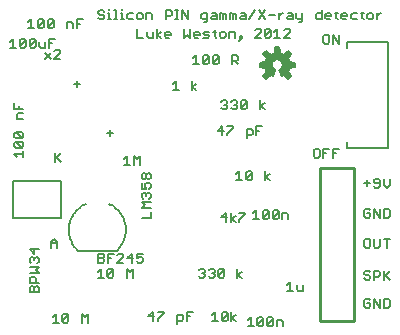
<source format=gto>
G75*
G70*
%OFA0B0*%
%FSLAX24Y24*%
%IPPOS*%
%LPD*%
%AMOC8*
5,1,8,0,0,1.08239X$1,22.5*
%
%ADD10C,0.0050*%
%ADD11C,0.0060*%
%ADD12C,0.0100*%
%ADD13C,0.0080*%
%ADD14C,0.0059*%
D10*
X002691Y001581D02*
X002892Y001581D01*
X002791Y001581D02*
X002791Y001882D01*
X002691Y001782D01*
X003014Y001832D02*
X003014Y001631D01*
X003214Y001832D01*
X003214Y001631D01*
X003164Y001581D01*
X003064Y001581D01*
X003014Y001631D01*
X003014Y001832D02*
X003064Y001882D01*
X003164Y001882D01*
X003214Y001832D01*
X003658Y001882D02*
X003658Y001581D01*
X003858Y001581D02*
X003858Y001882D01*
X003758Y001782D01*
X003658Y001882D01*
X004191Y003081D02*
X004392Y003081D01*
X004291Y003081D02*
X004291Y003382D01*
X004191Y003282D01*
X004206Y003581D02*
X004357Y003581D01*
X004407Y003631D01*
X004407Y003681D01*
X004357Y003732D01*
X004206Y003732D01*
X004206Y003882D02*
X004206Y003581D01*
X004357Y003732D02*
X004407Y003782D01*
X004407Y003832D01*
X004357Y003882D01*
X004206Y003882D01*
X004529Y003882D02*
X004729Y003882D01*
X004851Y003832D02*
X004901Y003882D01*
X005001Y003882D01*
X005051Y003832D01*
X005051Y003782D01*
X004851Y003581D01*
X005051Y003581D01*
X005173Y003732D02*
X005373Y003732D01*
X005495Y003732D02*
X005595Y003782D01*
X005646Y003782D01*
X005696Y003732D01*
X005696Y003631D01*
X005646Y003581D01*
X005545Y003581D01*
X005495Y003631D01*
X005495Y003732D02*
X005495Y003882D01*
X005696Y003882D01*
X005323Y003882D02*
X005323Y003581D01*
X005358Y003382D02*
X005358Y003081D01*
X005158Y003081D02*
X005158Y003382D01*
X005258Y003282D01*
X005358Y003382D01*
X005173Y003732D02*
X005323Y003882D01*
X004629Y003732D02*
X004529Y003732D01*
X004529Y003882D02*
X004529Y003581D01*
X004564Y003382D02*
X004664Y003382D01*
X004714Y003332D01*
X004514Y003131D01*
X004564Y003081D01*
X004664Y003081D01*
X004714Y003131D01*
X004714Y003332D01*
X004564Y003382D02*
X004514Y003332D01*
X004514Y003131D01*
X005881Y001807D02*
X006082Y001807D01*
X006204Y001706D02*
X006204Y001656D01*
X006204Y001706D02*
X006404Y001907D01*
X006404Y001957D01*
X006204Y001957D01*
X006032Y001957D02*
X005881Y001807D01*
X006032Y001957D02*
X006032Y001656D01*
X006848Y001656D02*
X006998Y001656D01*
X007048Y001706D01*
X007048Y001807D01*
X006998Y001857D01*
X006848Y001857D01*
X006848Y001556D01*
X007170Y001656D02*
X007170Y001957D01*
X007371Y001957D01*
X007270Y001807D02*
X007170Y001807D01*
X008004Y001844D02*
X008104Y001944D01*
X008104Y001644D01*
X008004Y001644D02*
X008204Y001644D01*
X008326Y001694D02*
X008526Y001894D01*
X008526Y001694D01*
X008476Y001644D01*
X008376Y001644D01*
X008326Y001694D01*
X008326Y001894D01*
X008376Y001944D01*
X008476Y001944D01*
X008526Y001894D01*
X008648Y001944D02*
X008648Y001644D01*
X008648Y001744D02*
X008799Y001844D01*
X008648Y001744D02*
X008799Y001644D01*
X009194Y001669D02*
X009294Y001769D01*
X009294Y001469D01*
X009194Y001469D02*
X009394Y001469D01*
X009516Y001519D02*
X009716Y001719D01*
X009716Y001519D01*
X009666Y001469D01*
X009566Y001469D01*
X009516Y001519D01*
X009516Y001719D01*
X009566Y001769D01*
X009666Y001769D01*
X009716Y001719D01*
X009838Y001719D02*
X009838Y001519D01*
X010039Y001719D01*
X010039Y001519D01*
X009989Y001469D01*
X009888Y001469D01*
X009838Y001519D01*
X009838Y001719D02*
X009888Y001769D01*
X009989Y001769D01*
X010039Y001719D01*
X010161Y001669D02*
X010311Y001669D01*
X010361Y001619D01*
X010361Y001469D01*
X010161Y001469D02*
X010161Y001669D01*
X010506Y002656D02*
X010707Y002656D01*
X010606Y002656D02*
X010606Y002957D01*
X010506Y002857D01*
X010829Y002857D02*
X010829Y002706D01*
X010879Y002656D01*
X011029Y002656D01*
X011029Y002857D01*
X009006Y003081D02*
X008855Y003181D01*
X009006Y003282D01*
X008855Y003382D02*
X008855Y003081D01*
X008411Y003131D02*
X008361Y003081D01*
X008261Y003081D01*
X008211Y003131D01*
X008411Y003332D01*
X008411Y003131D01*
X008211Y003131D02*
X008211Y003332D01*
X008261Y003382D01*
X008361Y003382D01*
X008411Y003332D01*
X008089Y003332D02*
X008089Y003282D01*
X008039Y003232D01*
X008089Y003181D01*
X008089Y003131D01*
X008039Y003081D01*
X007939Y003081D01*
X007889Y003131D01*
X007767Y003131D02*
X007717Y003081D01*
X007616Y003081D01*
X007566Y003131D01*
X007666Y003232D02*
X007717Y003232D01*
X007767Y003181D01*
X007767Y003131D01*
X007717Y003232D02*
X007767Y003282D01*
X007767Y003332D01*
X007717Y003382D01*
X007616Y003382D01*
X007566Y003332D01*
X007889Y003332D02*
X007939Y003382D01*
X008039Y003382D01*
X008089Y003332D01*
X008039Y003232D02*
X007989Y003232D01*
X008467Y004956D02*
X008467Y005257D01*
X008316Y005107D01*
X008517Y005107D01*
X008639Y005056D02*
X008789Y005157D01*
X008907Y005257D02*
X009107Y005257D01*
X009107Y005207D01*
X008907Y005006D01*
X008907Y004956D01*
X008789Y004956D02*
X008639Y005056D01*
X008639Y004956D02*
X008639Y005257D01*
X009381Y005232D02*
X009481Y005332D01*
X009481Y005031D01*
X009381Y005031D02*
X009582Y005031D01*
X009704Y005081D02*
X009904Y005282D01*
X009904Y005081D01*
X009854Y005031D01*
X009754Y005031D01*
X009704Y005081D01*
X009704Y005282D01*
X009754Y005332D01*
X009854Y005332D01*
X009904Y005282D01*
X010026Y005282D02*
X010026Y005081D01*
X010226Y005282D01*
X010226Y005081D01*
X010176Y005031D01*
X010076Y005031D01*
X010026Y005081D01*
X010026Y005282D02*
X010076Y005332D01*
X010176Y005332D01*
X010226Y005282D01*
X010348Y005232D02*
X010498Y005232D01*
X010548Y005182D01*
X010548Y005031D01*
X010348Y005031D02*
X010348Y005232D01*
X009933Y006331D02*
X009783Y006431D01*
X009933Y006532D01*
X009783Y006632D02*
X009783Y006331D01*
X009339Y006381D02*
X009289Y006331D01*
X009189Y006331D01*
X009139Y006381D01*
X009339Y006582D01*
X009339Y006381D01*
X009139Y006381D02*
X009139Y006582D01*
X009189Y006632D01*
X009289Y006632D01*
X009339Y006582D01*
X009017Y006331D02*
X008816Y006331D01*
X008916Y006331D02*
X008916Y006632D01*
X008816Y006532D01*
X009161Y007744D02*
X009161Y008044D01*
X009311Y008044D01*
X009361Y007994D01*
X009361Y007894D01*
X009311Y007844D01*
X009161Y007844D01*
X009483Y007844D02*
X009483Y008144D01*
X009683Y008144D01*
X009583Y007994D02*
X009483Y007994D01*
X008716Y008094D02*
X008516Y007894D01*
X008516Y007844D01*
X008344Y007844D02*
X008344Y008144D01*
X008194Y007994D01*
X008394Y007994D01*
X008516Y008144D02*
X008716Y008144D01*
X008716Y008094D01*
X008689Y008706D02*
X008639Y008756D01*
X008689Y008706D02*
X008789Y008706D01*
X008839Y008756D01*
X008839Y008806D01*
X008789Y008857D01*
X008739Y008857D01*
X008789Y008857D02*
X008839Y008907D01*
X008839Y008957D01*
X008789Y009007D01*
X008689Y009007D01*
X008639Y008957D01*
X008517Y008957D02*
X008517Y008907D01*
X008467Y008857D01*
X008517Y008806D01*
X008517Y008756D01*
X008467Y008706D01*
X008366Y008706D01*
X008316Y008756D01*
X008416Y008857D02*
X008467Y008857D01*
X008517Y008957D02*
X008467Y009007D01*
X008366Y009007D01*
X008316Y008957D01*
X008961Y008957D02*
X008961Y008756D01*
X009161Y008957D01*
X009161Y008756D01*
X009111Y008706D01*
X009011Y008706D01*
X008961Y008756D01*
X008961Y008957D02*
X009011Y009007D01*
X009111Y009007D01*
X009161Y008957D01*
X009605Y009007D02*
X009605Y008706D01*
X009605Y008806D02*
X009756Y008907D01*
X009605Y008806D02*
X009756Y008706D01*
X008868Y010206D02*
X008768Y010306D01*
X008818Y010306D02*
X008668Y010306D01*
X008668Y010206D02*
X008668Y010507D01*
X008818Y010507D01*
X008868Y010457D01*
X008868Y010357D01*
X008818Y010306D01*
X008224Y010256D02*
X008174Y010206D01*
X008073Y010206D01*
X008023Y010256D01*
X008224Y010457D01*
X008224Y010256D01*
X008023Y010256D02*
X008023Y010457D01*
X008073Y010507D01*
X008174Y010507D01*
X008224Y010457D01*
X007901Y010457D02*
X007901Y010256D01*
X007851Y010206D01*
X007751Y010206D01*
X007701Y010256D01*
X007901Y010457D01*
X007851Y010507D01*
X007751Y010507D01*
X007701Y010457D01*
X007701Y010256D01*
X007579Y010206D02*
X007379Y010206D01*
X007479Y010206D02*
X007479Y010507D01*
X007379Y010407D01*
X007449Y011081D02*
X007399Y011131D01*
X007399Y011232D01*
X007449Y011282D01*
X007549Y011282D01*
X007599Y011232D01*
X007599Y011181D01*
X007399Y011181D01*
X007449Y011081D02*
X007549Y011081D01*
X007721Y011081D02*
X007871Y011081D01*
X007921Y011131D01*
X007871Y011181D01*
X007771Y011181D01*
X007721Y011232D01*
X007771Y011282D01*
X007921Y011282D01*
X008043Y011282D02*
X008143Y011282D01*
X008093Y011332D02*
X008093Y011131D01*
X008143Y011081D01*
X008258Y011131D02*
X008308Y011081D01*
X008408Y011081D01*
X008458Y011131D01*
X008458Y011232D01*
X008408Y011282D01*
X008308Y011282D01*
X008258Y011232D01*
X008258Y011131D01*
X008580Y011081D02*
X008580Y011282D01*
X008730Y011282D01*
X008780Y011232D01*
X008780Y011081D01*
X008903Y010981D02*
X009003Y011081D01*
X008953Y011081D01*
X008953Y011131D01*
X009003Y011131D01*
X009003Y011081D01*
X009440Y011081D02*
X009640Y011282D01*
X009640Y011332D01*
X009590Y011382D01*
X009490Y011382D01*
X009440Y011332D01*
X009440Y011081D02*
X009640Y011081D01*
X009762Y011131D02*
X009962Y011332D01*
X009962Y011131D01*
X009912Y011081D01*
X009812Y011081D01*
X009762Y011131D01*
X009762Y011332D01*
X009812Y011382D01*
X009912Y011382D01*
X009962Y011332D01*
X010084Y011282D02*
X010184Y011382D01*
X010184Y011081D01*
X010084Y011081D02*
X010284Y011081D01*
X010406Y011081D02*
X010606Y011282D01*
X010606Y011332D01*
X010556Y011382D01*
X010456Y011382D01*
X010406Y011332D01*
X010406Y011081D02*
X010606Y011081D01*
X010913Y011606D02*
X010963Y011606D01*
X011013Y011656D01*
X011013Y011907D01*
X010812Y011907D02*
X010812Y011756D01*
X010863Y011706D01*
X011013Y011706D01*
X010690Y011706D02*
X010540Y011706D01*
X010490Y011756D01*
X010540Y011806D01*
X010690Y011806D01*
X010690Y011857D02*
X010690Y011706D01*
X010690Y011857D02*
X010640Y011907D01*
X010540Y011907D01*
X010372Y011907D02*
X010322Y011907D01*
X010222Y011806D01*
X010222Y011706D02*
X010222Y011907D01*
X010100Y011857D02*
X009899Y011857D01*
X009777Y012007D02*
X009577Y011706D01*
X009777Y011706D02*
X009577Y012007D01*
X009455Y012007D02*
X009255Y011706D01*
X009133Y011706D02*
X009133Y011857D01*
X009083Y011907D01*
X008983Y011907D01*
X008983Y011806D02*
X009133Y011806D01*
X009133Y011706D02*
X008983Y011706D01*
X008933Y011756D01*
X008983Y011806D01*
X008811Y011857D02*
X008811Y011706D01*
X008711Y011706D02*
X008711Y011857D01*
X008761Y011907D01*
X008811Y011857D01*
X008711Y011857D02*
X008661Y011907D01*
X008610Y011907D01*
X008610Y011706D01*
X008488Y011706D02*
X008488Y011857D01*
X008438Y011907D01*
X008388Y011857D01*
X008388Y011706D01*
X008288Y011706D02*
X008288Y011907D01*
X008338Y011907D01*
X008388Y011857D01*
X008166Y011857D02*
X008166Y011706D01*
X008016Y011706D01*
X007966Y011756D01*
X008016Y011806D01*
X008166Y011806D01*
X008166Y011857D02*
X008116Y011907D01*
X008016Y011907D01*
X007844Y011907D02*
X007694Y011907D01*
X007644Y011857D01*
X007644Y011756D01*
X007694Y011706D01*
X007844Y011706D01*
X007844Y011656D02*
X007844Y011907D01*
X007844Y011656D02*
X007794Y011606D01*
X007744Y011606D01*
X007277Y011382D02*
X007277Y011081D01*
X007177Y011181D01*
X007076Y011081D01*
X007076Y011382D01*
X006999Y011706D02*
X006999Y012007D01*
X007199Y011706D01*
X007199Y012007D01*
X006884Y012007D02*
X006784Y012007D01*
X006834Y012007D02*
X006834Y011706D01*
X006784Y011706D02*
X006884Y011706D01*
X006662Y011857D02*
X006612Y011806D01*
X006462Y011806D01*
X006462Y011706D02*
X006462Y012007D01*
X006612Y012007D01*
X006662Y011957D01*
X006662Y011857D01*
X006163Y011382D02*
X006163Y011081D01*
X006163Y011181D02*
X006314Y011282D01*
X006432Y011232D02*
X006482Y011282D01*
X006582Y011282D01*
X006632Y011232D01*
X006632Y011181D01*
X006432Y011181D01*
X006432Y011131D02*
X006432Y011232D01*
X006432Y011131D02*
X006482Y011081D01*
X006582Y011081D01*
X006314Y011081D02*
X006163Y011181D01*
X006041Y011081D02*
X006041Y011282D01*
X005841Y011282D02*
X005841Y011131D01*
X005891Y011081D01*
X006041Y011081D01*
X005719Y011081D02*
X005519Y011081D01*
X005519Y011382D01*
X005545Y011706D02*
X005495Y011756D01*
X005495Y011857D01*
X005545Y011907D01*
X005646Y011907D01*
X005696Y011857D01*
X005696Y011756D01*
X005646Y011706D01*
X005545Y011706D01*
X005818Y011706D02*
X005818Y011907D01*
X005968Y011907D01*
X006018Y011857D01*
X006018Y011706D01*
X005373Y011706D02*
X005223Y011706D01*
X005173Y011756D01*
X005173Y011857D01*
X005223Y011907D01*
X005373Y011907D01*
X005008Y011907D02*
X005008Y011706D01*
X004958Y011706D02*
X005058Y011706D01*
X004844Y011706D02*
X004744Y011706D01*
X004794Y011706D02*
X004794Y012007D01*
X004744Y012007D01*
X004579Y012007D02*
X004579Y012057D01*
X004579Y011907D02*
X004579Y011706D01*
X004529Y011706D02*
X004629Y011706D01*
X004579Y011907D02*
X004529Y011907D01*
X004407Y011957D02*
X004357Y012007D01*
X004256Y012007D01*
X004206Y011957D01*
X004206Y011907D01*
X004256Y011857D01*
X004357Y011857D01*
X004407Y011806D01*
X004407Y011756D01*
X004357Y011706D01*
X004256Y011706D01*
X004206Y011756D01*
X003693Y011707D02*
X003493Y011707D01*
X003493Y011406D01*
X003371Y011406D02*
X003371Y011557D01*
X003321Y011607D01*
X003170Y011607D01*
X003170Y011406D01*
X003493Y011557D02*
X003593Y011557D01*
X002771Y011057D02*
X002570Y011057D01*
X002570Y010756D01*
X002448Y010756D02*
X002448Y010957D01*
X002570Y010907D02*
X002670Y010907D01*
X002804Y010682D02*
X002754Y010632D01*
X002804Y010682D02*
X002904Y010682D01*
X002954Y010632D01*
X002954Y010582D01*
X002754Y010381D01*
X002954Y010381D01*
X002632Y010381D02*
X002431Y010582D01*
X002448Y010756D02*
X002298Y010756D01*
X002248Y010806D01*
X002248Y010957D01*
X002126Y011007D02*
X001926Y010806D01*
X001976Y010756D01*
X002076Y010756D01*
X002126Y010806D01*
X002126Y011007D01*
X002076Y011057D01*
X001976Y011057D01*
X001926Y011007D01*
X001926Y010806D01*
X001804Y010806D02*
X001754Y010756D01*
X001654Y010756D01*
X001604Y010806D01*
X001804Y011007D01*
X001804Y010806D01*
X001604Y010806D02*
X001604Y011007D01*
X001654Y011057D01*
X001754Y011057D01*
X001804Y011007D01*
X001482Y010756D02*
X001281Y010756D01*
X001381Y010756D02*
X001381Y011057D01*
X001281Y010957D01*
X001881Y011406D02*
X002082Y011406D01*
X001981Y011406D02*
X001981Y011707D01*
X001881Y011607D01*
X002204Y011657D02*
X002204Y011456D01*
X002404Y011657D01*
X002404Y011456D01*
X002354Y011406D01*
X002254Y011406D01*
X002204Y011456D01*
X002204Y011657D02*
X002254Y011707D01*
X002354Y011707D01*
X002404Y011657D01*
X002526Y011657D02*
X002576Y011707D01*
X002676Y011707D01*
X002726Y011657D01*
X002526Y011456D01*
X002576Y011406D01*
X002676Y011406D01*
X002726Y011456D01*
X002726Y011657D01*
X002526Y011657D02*
X002526Y011456D01*
X002632Y010582D02*
X002431Y010381D01*
X003394Y009544D02*
X003594Y009544D01*
X003494Y009644D02*
X003494Y009444D01*
X004619Y008019D02*
X004619Y007819D01*
X004519Y007919D02*
X004719Y007919D01*
X005166Y007132D02*
X005166Y006831D01*
X005066Y006831D02*
X005267Y006831D01*
X005389Y006831D02*
X005389Y007132D01*
X005489Y007032D01*
X005589Y007132D01*
X005589Y006831D01*
X005706Y006571D02*
X005756Y006571D01*
X005806Y006521D01*
X005806Y006420D01*
X005756Y006370D01*
X005706Y006370D01*
X005656Y006420D01*
X005656Y006521D01*
X005706Y006571D01*
X005806Y006521D02*
X005856Y006571D01*
X005906Y006571D01*
X005956Y006521D01*
X005956Y006420D01*
X005906Y006370D01*
X005856Y006370D01*
X005806Y006420D01*
X005806Y006248D02*
X005906Y006248D01*
X005956Y006198D01*
X005956Y006098D01*
X005906Y006048D01*
X005806Y006048D02*
X005756Y006148D01*
X005756Y006198D01*
X005806Y006248D01*
X005656Y006248D02*
X005656Y006048D01*
X005806Y006048D01*
X005756Y005926D02*
X005806Y005876D01*
X005856Y005926D01*
X005906Y005926D01*
X005956Y005876D01*
X005956Y005776D01*
X005906Y005726D01*
X005956Y005604D02*
X005656Y005604D01*
X005756Y005504D01*
X005656Y005404D01*
X005956Y005404D01*
X005956Y005282D02*
X005956Y005081D01*
X005656Y005081D01*
X005706Y005726D02*
X005656Y005776D01*
X005656Y005876D01*
X005706Y005926D01*
X005756Y005926D01*
X005806Y005876D02*
X005806Y005826D01*
X005066Y007032D02*
X005166Y007132D01*
X002969Y007257D02*
X002769Y007056D01*
X002819Y007107D02*
X002969Y006956D01*
X002769Y006956D02*
X002769Y007257D01*
X001706Y007298D02*
X001706Y007098D01*
X001706Y007198D02*
X001406Y007198D01*
X001506Y007098D01*
X001456Y007420D02*
X001406Y007470D01*
X001406Y007570D01*
X001456Y007620D01*
X001656Y007420D01*
X001706Y007470D01*
X001706Y007570D01*
X001656Y007620D01*
X001456Y007620D01*
X001456Y007742D02*
X001406Y007792D01*
X001406Y007892D01*
X001456Y007942D01*
X001656Y007742D01*
X001706Y007792D01*
X001706Y007892D01*
X001656Y007942D01*
X001456Y007942D01*
X001456Y007742D02*
X001656Y007742D01*
X001656Y007420D02*
X001456Y007420D01*
X001506Y008387D02*
X001506Y008537D01*
X001556Y008587D01*
X001706Y008587D01*
X001706Y008709D02*
X001406Y008709D01*
X001406Y008909D01*
X001556Y008809D02*
X001556Y008709D01*
X001506Y008387D02*
X001706Y008387D01*
X004958Y011907D02*
X005008Y011907D01*
X005008Y012007D02*
X005008Y012057D01*
X006791Y009632D02*
X006791Y009331D01*
X006691Y009331D02*
X006892Y009331D01*
X006691Y009532D02*
X006791Y009632D01*
X007336Y009632D02*
X007336Y009331D01*
X007336Y009431D02*
X007486Y009532D01*
X007336Y009431D02*
X007486Y009331D01*
X011394Y007332D02*
X011394Y007131D01*
X011444Y007081D01*
X011544Y007081D01*
X011594Y007131D01*
X011594Y007332D01*
X011544Y007382D01*
X011444Y007382D01*
X011394Y007332D01*
X011716Y007382D02*
X011716Y007081D01*
X011716Y007232D02*
X011816Y007232D01*
X011716Y007382D02*
X011916Y007382D01*
X012038Y007382D02*
X012239Y007382D01*
X012138Y007232D02*
X012038Y007232D01*
X012038Y007382D02*
X012038Y007081D01*
X013081Y006232D02*
X013282Y006232D01*
X013404Y006282D02*
X013454Y006232D01*
X013604Y006232D01*
X013604Y006332D02*
X013604Y006131D01*
X013554Y006081D01*
X013454Y006081D01*
X013404Y006131D01*
X013404Y006282D02*
X013404Y006332D01*
X013454Y006382D01*
X013554Y006382D01*
X013604Y006332D01*
X013726Y006382D02*
X013726Y006181D01*
X013826Y006081D01*
X013926Y006181D01*
X013926Y006382D01*
X013181Y006332D02*
X013181Y006131D01*
X013131Y005382D02*
X013081Y005332D01*
X013081Y005131D01*
X013131Y005081D01*
X013232Y005081D01*
X013282Y005131D01*
X013282Y005232D01*
X013181Y005232D01*
X013282Y005332D02*
X013232Y005382D01*
X013131Y005382D01*
X013404Y005382D02*
X013404Y005081D01*
X013604Y005081D02*
X013604Y005382D01*
X013726Y005382D02*
X013876Y005382D01*
X013926Y005332D01*
X013926Y005131D01*
X013876Y005081D01*
X013726Y005081D01*
X013726Y005382D01*
X013404Y005382D02*
X013604Y005081D01*
X013604Y004382D02*
X013604Y004131D01*
X013554Y004081D01*
X013454Y004081D01*
X013404Y004131D01*
X013404Y004382D01*
X013282Y004332D02*
X013232Y004382D01*
X013131Y004382D01*
X013081Y004332D01*
X013081Y004131D01*
X013131Y004081D01*
X013232Y004081D01*
X013282Y004131D01*
X013282Y004332D01*
X013726Y004382D02*
X013926Y004382D01*
X013826Y004382D02*
X013826Y004081D01*
X013726Y003319D02*
X013726Y003019D01*
X013726Y003119D02*
X013926Y003319D01*
X013776Y003169D02*
X013926Y003019D01*
X013604Y003169D02*
X013604Y003269D01*
X013554Y003319D01*
X013404Y003319D01*
X013404Y003019D01*
X013404Y003119D02*
X013554Y003119D01*
X013604Y003169D01*
X013282Y003119D02*
X013282Y003069D01*
X013232Y003019D01*
X013131Y003019D01*
X013081Y003069D01*
X013131Y003169D02*
X013232Y003169D01*
X013282Y003119D01*
X013282Y003269D02*
X013232Y003319D01*
X013131Y003319D01*
X013081Y003269D01*
X013081Y003219D01*
X013131Y003169D01*
X013131Y002382D02*
X013081Y002332D01*
X013081Y002131D01*
X013131Y002081D01*
X013232Y002081D01*
X013282Y002131D01*
X013282Y002232D01*
X013181Y002232D01*
X013282Y002332D02*
X013232Y002382D01*
X013131Y002382D01*
X013404Y002382D02*
X013404Y002081D01*
X013604Y002081D02*
X013604Y002382D01*
X013726Y002382D02*
X013876Y002382D01*
X013926Y002332D01*
X013926Y002131D01*
X013876Y002081D01*
X013726Y002081D01*
X013726Y002382D01*
X013404Y002382D02*
X013604Y002081D01*
X012229Y010894D02*
X012229Y011194D01*
X012029Y011194D02*
X012229Y010894D01*
X012029Y010894D02*
X012029Y011194D01*
X011907Y011144D02*
X011857Y011194D01*
X011756Y011194D01*
X011706Y011144D01*
X011706Y010944D01*
X011756Y010894D01*
X011857Y010894D01*
X011907Y010944D01*
X011907Y011144D01*
X011929Y011706D02*
X011829Y011706D01*
X011779Y011756D01*
X011779Y011857D01*
X011829Y011907D01*
X011929Y011907D01*
X011979Y011857D01*
X011979Y011806D01*
X011779Y011806D01*
X011657Y011706D02*
X011507Y011706D01*
X011457Y011756D01*
X011457Y011857D01*
X011507Y011907D01*
X011657Y011907D01*
X011657Y012007D02*
X011657Y011706D01*
X012101Y011907D02*
X012202Y011907D01*
X012151Y011957D02*
X012151Y011756D01*
X012202Y011706D01*
X012316Y011756D02*
X012316Y011857D01*
X012366Y011907D01*
X012466Y011907D01*
X012516Y011857D01*
X012516Y011806D01*
X012316Y011806D01*
X012316Y011756D02*
X012366Y011706D01*
X012466Y011706D01*
X012639Y011756D02*
X012639Y011857D01*
X012689Y011907D01*
X012839Y011907D01*
X012961Y011907D02*
X013061Y011907D01*
X013011Y011957D02*
X013011Y011756D01*
X013061Y011706D01*
X013176Y011756D02*
X013176Y011857D01*
X013226Y011907D01*
X013326Y011907D01*
X013376Y011857D01*
X013376Y011756D01*
X013326Y011706D01*
X013226Y011706D01*
X013176Y011756D01*
X013498Y011706D02*
X013498Y011907D01*
X013598Y011907D02*
X013498Y011806D01*
X013598Y011907D02*
X013648Y011907D01*
X012839Y011706D02*
X012689Y011706D01*
X012639Y011756D01*
X002844Y004282D02*
X002844Y004081D01*
X002844Y004232D02*
X002644Y004232D01*
X002644Y004282D02*
X002644Y004081D01*
X002644Y004282D02*
X002744Y004382D01*
X002844Y004282D01*
X002231Y004034D02*
X001931Y004034D01*
X002081Y003884D01*
X002081Y004084D01*
X002031Y003762D02*
X001981Y003762D01*
X001931Y003712D01*
X001931Y003612D01*
X001981Y003562D01*
X001931Y003440D02*
X002231Y003440D01*
X002131Y003340D01*
X002231Y003240D01*
X001931Y003240D01*
X001981Y003117D02*
X002081Y003117D01*
X002131Y003067D01*
X002131Y002917D01*
X002231Y002917D02*
X001931Y002917D01*
X001931Y003067D01*
X001981Y003117D01*
X001981Y002795D02*
X002031Y002795D01*
X002081Y002745D01*
X002081Y002595D01*
X001931Y002595D02*
X001931Y002745D01*
X001981Y002795D01*
X002081Y002745D02*
X002131Y002795D01*
X002181Y002795D01*
X002231Y002745D01*
X002231Y002595D01*
X001931Y002595D01*
X002181Y003562D02*
X002231Y003612D01*
X002231Y003712D01*
X002181Y003762D01*
X002131Y003762D01*
X002081Y003712D01*
X002081Y003662D01*
X002081Y003712D02*
X002031Y003762D01*
D11*
X001381Y005063D02*
X001381Y006300D01*
X002981Y006300D01*
X002981Y005063D01*
X001381Y005063D01*
X003539Y003981D02*
X004824Y003981D01*
X003540Y003981D02*
X003496Y004024D01*
X003456Y004069D01*
X003418Y004117D01*
X003383Y004167D01*
X003352Y004219D01*
X003324Y004273D01*
X003300Y004329D01*
X003279Y004386D01*
X003262Y004444D01*
X003249Y004504D01*
X003239Y004564D01*
X003234Y004624D01*
X003232Y004685D01*
X003234Y004746D01*
X003240Y004807D01*
X003250Y004867D01*
X003264Y004926D01*
X003282Y004984D01*
X003303Y005041D01*
X003328Y005097D01*
X003356Y005150D01*
X003388Y005202D01*
X003423Y005252D01*
X003461Y005300D01*
X003502Y005344D01*
X003546Y005387D01*
X003592Y005426D01*
X003641Y005462D01*
X003692Y005495D01*
X003746Y005525D01*
X003800Y005551D01*
X004563Y005551D02*
X004617Y005525D01*
X004671Y005495D01*
X004722Y005462D01*
X004771Y005426D01*
X004817Y005387D01*
X004861Y005344D01*
X004902Y005300D01*
X004940Y005252D01*
X004975Y005202D01*
X005007Y005150D01*
X005035Y005097D01*
X005060Y005041D01*
X005081Y004984D01*
X005099Y004926D01*
X005113Y004867D01*
X005123Y004807D01*
X005129Y004746D01*
X005131Y004685D01*
X005129Y004624D01*
X005124Y004564D01*
X005114Y004504D01*
X005101Y004444D01*
X005084Y004386D01*
X005063Y004329D01*
X005039Y004273D01*
X005011Y004219D01*
X004980Y004167D01*
X004945Y004117D01*
X004907Y004069D01*
X004867Y004024D01*
X004823Y003981D01*
D12*
X011611Y001630D02*
X012752Y001630D01*
X012752Y006733D01*
X011611Y006733D01*
X011611Y001630D01*
D13*
X012492Y007410D02*
X012492Y007607D01*
X012492Y007410D02*
X013870Y007410D01*
X013870Y010953D01*
X012492Y010953D01*
X012492Y010756D01*
D14*
X010768Y010253D02*
X010768Y010109D01*
X010577Y010090D01*
X010557Y010026D01*
X010526Y009966D01*
X010647Y009818D01*
X010545Y009716D01*
X010397Y009837D01*
X010337Y009806D01*
X010252Y010011D01*
X010291Y010033D01*
X010323Y010063D01*
X010347Y010100D01*
X010362Y010141D01*
X010366Y010185D01*
X010360Y010229D01*
X010343Y010270D01*
X010317Y010306D01*
X010284Y010335D01*
X010244Y010355D01*
X010201Y010365D01*
X010157Y010364D01*
X010115Y010353D01*
X010076Y010333D01*
X010043Y010303D01*
X010018Y010267D01*
X010002Y010225D01*
X009997Y010181D01*
X010002Y010138D01*
X010017Y010098D01*
X010041Y010062D01*
X010073Y010032D01*
X010111Y010011D01*
X010026Y009806D01*
X009966Y009837D01*
X009818Y009716D01*
X009716Y009818D01*
X009837Y009966D01*
X009806Y010026D01*
X009786Y010090D01*
X009595Y010109D01*
X009595Y010253D01*
X009786Y010273D01*
X009806Y010337D01*
X009837Y010397D01*
X009716Y010545D01*
X009818Y010647D01*
X009966Y010526D01*
X010026Y010557D01*
X010090Y010577D01*
X010109Y010768D01*
X010253Y010768D01*
X010273Y010577D01*
X010337Y010557D01*
X010397Y010526D01*
X010545Y010647D01*
X010647Y010545D01*
X010526Y010397D01*
X010557Y010337D01*
X010577Y010273D01*
X010768Y010253D01*
X010768Y010204D02*
X010363Y010204D01*
X010362Y010146D02*
X010768Y010146D01*
X010691Y010261D02*
X010347Y010261D01*
X010303Y010319D02*
X010562Y010319D01*
X010536Y010376D02*
X009827Y010376D01*
X009807Y010434D02*
X010556Y010434D01*
X010603Y010492D02*
X009760Y010492D01*
X009720Y010549D02*
X009938Y010549D01*
X010012Y010549D02*
X010351Y010549D01*
X010425Y010549D02*
X010643Y010549D01*
X010585Y010607D02*
X010496Y010607D01*
X010270Y010607D02*
X010093Y010607D01*
X010099Y010664D02*
X010264Y010664D01*
X010258Y010722D02*
X010105Y010722D01*
X009867Y010607D02*
X009778Y010607D01*
X009801Y010319D02*
X010060Y010319D01*
X010016Y010261D02*
X009672Y010261D01*
X009595Y010204D02*
X010000Y010204D01*
X010001Y010146D02*
X009595Y010146D01*
X009786Y010088D02*
X010023Y010088D01*
X010075Y010031D02*
X009805Y010031D01*
X009834Y009973D02*
X010095Y009973D01*
X010071Y009916D02*
X009796Y009916D01*
X009749Y009858D02*
X010047Y009858D01*
X009921Y009800D02*
X009734Y009800D01*
X009791Y009743D02*
X009851Y009743D01*
X010292Y009916D02*
X010567Y009916D01*
X010529Y009973D02*
X010268Y009973D01*
X010287Y010031D02*
X010558Y010031D01*
X010576Y010088D02*
X010339Y010088D01*
X010315Y009858D02*
X010614Y009858D01*
X010629Y009800D02*
X010442Y009800D01*
X010512Y009743D02*
X010572Y009743D01*
M02*

</source>
